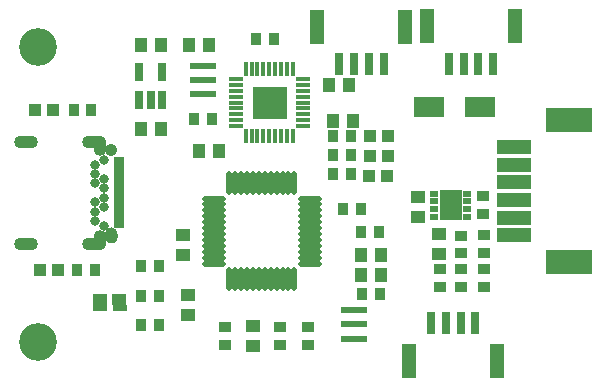
<source format=gts>
G04*
G04 #@! TF.GenerationSoftware,Altium Limited,Altium Designer,21.6.1 (37)*
G04*
G04 Layer_Color=8388736*
%FSLAX44Y44*%
%MOMM*%
G71*
G04*
G04 #@! TF.SameCoordinates,23785FB4-EFBD-4269-80FE-5E41C332AB00*
G04*
G04*
G04 #@! TF.FilePolarity,Negative*
G04*
G01*
G75*
%ADD39R,2.8500X2.7750*%
%ADD40R,1.2000X2.9000*%
%ADD41R,0.8000X1.9000*%
%ADD42R,1.0000X1.2000*%
%ADD43R,4.0000X2.0000*%
%ADD44R,2.9000X1.2000*%
%ADD45R,0.9000X1.1000*%
%ADD46R,2.5300X1.7600*%
%ADD47R,1.0000X1.0000*%
%ADD48R,2.2000X0.6000*%
%ADD49R,0.7588X1.5208*%
%ADD50R,1.1000X0.9000*%
%ADD51R,1.2000X1.0000*%
%ADD52R,0.7250X0.5000*%
%ADD53R,1.8500X2.6500*%
%ADD54O,0.4845X2.0000*%
%ADD55O,2.0000X0.4845*%
%ADD56R,1.2000X0.4845*%
%ADD57R,0.9000X0.5200*%
%ADD58R,1.2800X0.4600*%
%ADD59R,0.4600X1.2800*%
%ADD60C,3.2000*%
%ADD61O,2.0000X1.1000*%
%ADD62C,0.8000*%
%ADD63O,1.1000X1.7000*%
%ADD64C,1.0500*%
G36*
X67471Y88251D02*
X67386Y87709D01*
X67243Y87178D01*
X67046Y86665D01*
X66797Y86175D01*
X66498Y85714D01*
X66152Y85287D01*
X65763Y84899D01*
X65336Y84553D01*
X64875Y84253D01*
X64386Y84004D01*
X63872Y83807D01*
X63342Y83665D01*
X62799Y83579D01*
X62250Y83550D01*
X61701Y83579D01*
X61159Y83665D01*
X60628Y83807D01*
X60115Y84004D01*
X59625Y84253D01*
X59164Y84553D01*
X58737Y84899D01*
X58349Y85287D01*
X58003Y85714D01*
X57704Y86175D01*
X57454Y86665D01*
X57257Y87178D01*
X57115Y87709D01*
X57029Y88251D01*
X57000Y88800D01*
Y91800D01*
X57029Y92349D01*
X57115Y92892D01*
X57257Y93422D01*
X57454Y93935D01*
X57704Y94425D01*
X58003Y94886D01*
X58349Y95313D01*
X58737Y95702D01*
X59164Y96047D01*
X59625Y96347D01*
X60115Y96596D01*
X60628Y96793D01*
X61159Y96935D01*
X61701Y97021D01*
X62250Y97050D01*
X62799Y97021D01*
X63342Y96935D01*
X63872Y96793D01*
X64386Y96596D01*
X64875Y96347D01*
X65336Y96047D01*
X65763Y95702D01*
X66152Y95313D01*
X66498Y94886D01*
X66797Y94425D01*
X67046Y93935D01*
X67243Y93422D01*
X67386Y92892D01*
X67471Y92349D01*
X67500Y91800D01*
Y88800D01*
X67471Y88251D01*
D02*
G37*
D39*
X196250Y202625D02*
D03*
D40*
X311250Y267000D02*
D03*
X236750D02*
D03*
X389000Y-15750D02*
D03*
X314500D02*
D03*
X329500Y267250D02*
D03*
X404001D02*
D03*
D41*
X280250Y235000D02*
D03*
X292750D02*
D03*
X267750D02*
D03*
X255250D02*
D03*
X370500Y16250D02*
D03*
X358000D02*
D03*
X333000D02*
D03*
X345500D02*
D03*
X348000Y235250D02*
D03*
X360500D02*
D03*
X385500D02*
D03*
X373000D02*
D03*
D42*
X104000Y180000D02*
D03*
X87000D02*
D03*
X266750Y187250D02*
D03*
X249750D02*
D03*
X273500Y73750D02*
D03*
X290500D02*
D03*
X273750Y57000D02*
D03*
X290750D02*
D03*
X136250Y161750D02*
D03*
X153250D02*
D03*
X127750Y251250D02*
D03*
X144750D02*
D03*
X104000Y251750D02*
D03*
X87000D02*
D03*
X263250Y217250D02*
D03*
X246250D02*
D03*
D43*
X450000Y187750D02*
D03*
Y67750D02*
D03*
D44*
X403000Y165250D02*
D03*
Y150250D02*
D03*
Y135250D02*
D03*
Y120250D02*
D03*
Y105250D02*
D03*
Y90250D02*
D03*
D45*
X132500Y189250D02*
D03*
X147500D02*
D03*
X265250Y158000D02*
D03*
X250250D02*
D03*
X265250Y174500D02*
D03*
X250250D02*
D03*
X273750Y112250D02*
D03*
X258750D02*
D03*
X273750Y93500D02*
D03*
X288750D02*
D03*
X274500Y41000D02*
D03*
X289500D02*
D03*
X30250Y196250D02*
D03*
X45250D02*
D03*
X199750Y256500D02*
D03*
X184750D02*
D03*
X250000Y142250D02*
D03*
X265000D02*
D03*
X87500Y64000D02*
D03*
X102500D02*
D03*
X48250Y60750D02*
D03*
X33250D02*
D03*
X87500Y39000D02*
D03*
X102500D02*
D03*
X87750Y14250D02*
D03*
X102750D02*
D03*
D46*
X374150Y198750D02*
D03*
X331350D02*
D03*
D47*
X281500Y157750D02*
D03*
X296500D02*
D03*
X281500Y174750D02*
D03*
X296500D02*
D03*
X12500Y196250D02*
D03*
X-2500D02*
D03*
X295250Y140750D02*
D03*
X280250D02*
D03*
X2250Y60750D02*
D03*
X17250D02*
D03*
D48*
X267500Y27000D02*
D03*
Y15000D02*
D03*
Y3000D02*
D03*
X139750Y233750D02*
D03*
Y221750D02*
D03*
Y209750D02*
D03*
D49*
X86101Y228684D02*
D03*
X104897D02*
D03*
Y205316D02*
D03*
X95499D02*
D03*
X86101D02*
D03*
D50*
X377000Y123250D02*
D03*
Y108250D02*
D03*
X377750Y47000D02*
D03*
Y62000D02*
D03*
X358000Y46500D02*
D03*
Y61500D02*
D03*
Y75000D02*
D03*
Y90000D02*
D03*
X377500Y90250D02*
D03*
Y75250D02*
D03*
X340500Y61500D02*
D03*
Y46500D02*
D03*
X228750Y12750D02*
D03*
Y-2250D02*
D03*
X205417Y12750D02*
D03*
Y-2250D02*
D03*
X158750Y12750D02*
D03*
Y-2250D02*
D03*
D51*
X340000Y74750D02*
D03*
Y91750D02*
D03*
X321750Y122500D02*
D03*
Y105500D02*
D03*
X182584Y13750D02*
D03*
Y-3250D02*
D03*
X127250Y39500D02*
D03*
Y22500D02*
D03*
X123250Y74000D02*
D03*
Y91000D02*
D03*
D52*
X363125Y119250D02*
D03*
Y112750D02*
D03*
Y125750D02*
D03*
Y106250D02*
D03*
X335875Y125750D02*
D03*
Y119250D02*
D03*
Y112750D02*
D03*
Y106250D02*
D03*
D53*
X349500Y116000D02*
D03*
D54*
X217250Y53500D02*
D03*
X212250D02*
D03*
X207250D02*
D03*
X202250D02*
D03*
X197250D02*
D03*
X192250D02*
D03*
X187250D02*
D03*
X182250D02*
D03*
X177250D02*
D03*
X172250D02*
D03*
X167250D02*
D03*
X162250D02*
D03*
Y134500D02*
D03*
X167250D02*
D03*
X172250D02*
D03*
X177250D02*
D03*
X182250D02*
D03*
X187250D02*
D03*
X192250D02*
D03*
X197250D02*
D03*
X202250D02*
D03*
X207250D02*
D03*
X212250D02*
D03*
X217250D02*
D03*
D55*
X149250Y66500D02*
D03*
Y71500D02*
D03*
Y76500D02*
D03*
Y81500D02*
D03*
Y86500D02*
D03*
Y91500D02*
D03*
Y96500D02*
D03*
Y101500D02*
D03*
Y106500D02*
D03*
Y111500D02*
D03*
Y116500D02*
D03*
Y121500D02*
D03*
X230250D02*
D03*
Y116500D02*
D03*
Y111500D02*
D03*
Y106500D02*
D03*
Y101500D02*
D03*
Y96500D02*
D03*
Y91500D02*
D03*
Y86500D02*
D03*
Y81500D02*
D03*
Y76500D02*
D03*
Y71500D02*
D03*
Y66500D02*
D03*
D56*
X69000Y38500D02*
D03*
Y33500D02*
D03*
X69838Y28476D02*
D03*
X52566D02*
D03*
X53000Y33500D02*
D03*
Y38500D02*
D03*
D57*
X68850Y98800D02*
D03*
Y103800D02*
D03*
Y108800D02*
D03*
Y113800D02*
D03*
Y118800D02*
D03*
Y123800D02*
D03*
Y128800D02*
D03*
Y133800D02*
D03*
Y138800D02*
D03*
Y143800D02*
D03*
Y148800D02*
D03*
Y153800D02*
D03*
D58*
X167850Y222750D02*
D03*
Y217750D02*
D03*
Y212750D02*
D03*
Y207750D02*
D03*
Y202750D02*
D03*
Y197750D02*
D03*
Y192750D02*
D03*
Y187750D02*
D03*
Y182750D02*
D03*
X224150D02*
D03*
Y187750D02*
D03*
Y192750D02*
D03*
Y197750D02*
D03*
Y202750D02*
D03*
Y207750D02*
D03*
Y212750D02*
D03*
Y217750D02*
D03*
Y222750D02*
D03*
D59*
X181000Y174600D02*
D03*
X186000D02*
D03*
X191000D02*
D03*
X196000D02*
D03*
X201000D02*
D03*
X206000D02*
D03*
X211000D02*
D03*
X216000D02*
D03*
Y230900D02*
D03*
X211000D02*
D03*
X206000D02*
D03*
X201000D02*
D03*
X196000D02*
D03*
X191000D02*
D03*
X186000D02*
D03*
X181000D02*
D03*
X176000Y174600D02*
D03*
Y230900D02*
D03*
D60*
X0Y250000D02*
D03*
Y0D02*
D03*
D61*
X-9750Y83000D02*
D03*
Y169600D02*
D03*
X47250Y83000D02*
D03*
Y169600D02*
D03*
D62*
X48750Y102300D02*
D03*
Y110300D02*
D03*
Y118300D02*
D03*
Y150300D02*
D03*
Y142300D02*
D03*
Y134300D02*
D03*
X55750Y98300D02*
D03*
Y114300D02*
D03*
Y122300D02*
D03*
Y154300D02*
D03*
Y138300D02*
D03*
Y130300D02*
D03*
D63*
X52250Y166350D02*
D03*
Y86250D02*
D03*
D64*
X62250Y90300D02*
D03*
Y162300D02*
D03*
M02*

</source>
